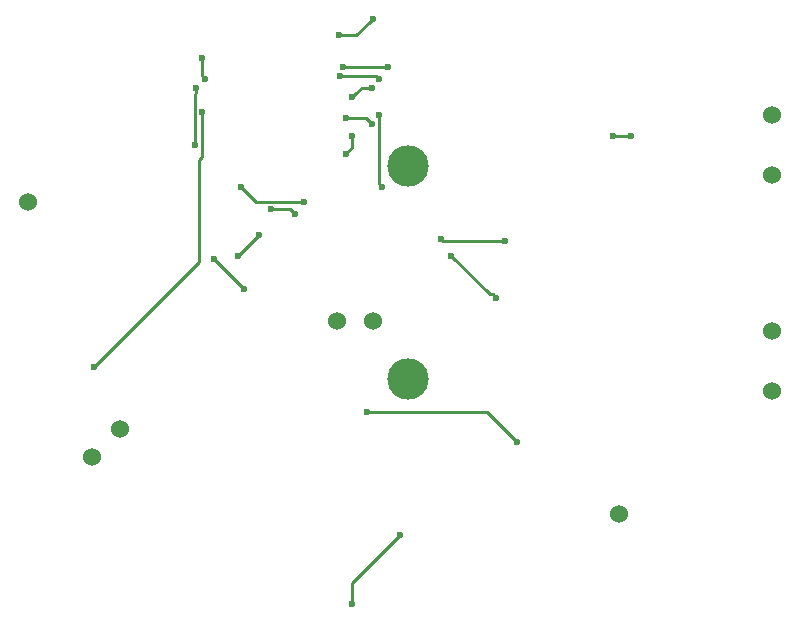
<source format=gbr>
G04 #@! TF.FileFunction,Copper,L2,Bot,Signal*
%FSLAX46Y46*%
G04 Gerber Fmt 4.6, Leading zero omitted, Abs format (unit mm)*
G04 Created by KiCad (PCBNEW 4.0.7) date 07/15/18 17:53:39*
%MOMM*%
%LPD*%
G01*
G04 APERTURE LIST*
%ADD10C,0.100000*%
%ADD11C,1.524000*%
%ADD12C,3.500000*%
%ADD13C,0.600000*%
%ADD14C,0.250000*%
G04 APERTURE END LIST*
D10*
D11*
X125635501Y-113232377D03*
X123300634Y-115567244D03*
X167894000Y-120396000D03*
X117856000Y-93980000D03*
X180848000Y-104902000D03*
X180848000Y-109982000D03*
X180848000Y-91694000D03*
X180848000Y-86614000D03*
D12*
X150000000Y-91000000D03*
X150000000Y-109000000D03*
D11*
X144042000Y-104108000D03*
X147042000Y-104108000D03*
D13*
X148336000Y-82550000D03*
X144526000Y-82550000D03*
X132842000Y-83566000D03*
X132588000Y-81788000D03*
X146948990Y-87376000D03*
X123444000Y-107950000D03*
X132588000Y-86360000D03*
X144780000Y-86868000D03*
X159258000Y-114300000D03*
X146558000Y-111760000D03*
X138430000Y-94605010D03*
X140462000Y-94996000D03*
X149352000Y-122174000D03*
X145288000Y-128016000D03*
X147828000Y-92710000D03*
X157480000Y-102108000D03*
X153670000Y-98552000D03*
X147574000Y-86614000D03*
X147574000Y-83566000D03*
X144272000Y-83312000D03*
X145318800Y-85101485D03*
X146948990Y-84328000D03*
X145304610Y-88406292D03*
X144780000Y-89916000D03*
X144154990Y-79911401D03*
X147067032Y-78486000D03*
X167386000Y-88392000D03*
X168910000Y-88392000D03*
X131962990Y-89154000D03*
X132080000Y-84328000D03*
X133604000Y-98806000D03*
X136144000Y-101346000D03*
X152828651Y-97164990D03*
X158242000Y-97282000D03*
X141224000Y-93980000D03*
X135890000Y-92710000D03*
X137414000Y-96774000D03*
X135636000Y-98552000D03*
D14*
X144526000Y-82550000D02*
X148336000Y-82550000D01*
X132588000Y-81788000D02*
X132588000Y-83312000D01*
X132588000Y-83312000D02*
X132842000Y-83566000D01*
X146648991Y-87076001D02*
X146948990Y-87376000D01*
X146440990Y-86868000D02*
X146648991Y-87076001D01*
X144780000Y-86868000D02*
X146440990Y-86868000D01*
X132334000Y-99060000D02*
X123444000Y-107950000D01*
X132334000Y-90424000D02*
X132334000Y-99060000D01*
X132588000Y-86360000D02*
X132588000Y-90170000D01*
X132588000Y-90170000D02*
X132334000Y-90424000D01*
X146558000Y-111760000D02*
X156718000Y-111760000D01*
X156718000Y-111760000D02*
X159258000Y-114300000D01*
X138854264Y-94605010D02*
X138430000Y-94605010D01*
X140071010Y-94605010D02*
X138854264Y-94605010D01*
X140462000Y-94996000D02*
X140071010Y-94605010D01*
X145288000Y-128016000D02*
X145288000Y-126238000D01*
X145288000Y-126238000D02*
X149352000Y-122174000D01*
X156926001Y-101808001D02*
X153670000Y-98552000D01*
X157180001Y-101808001D02*
X156926001Y-101808001D01*
X157480000Y-102108000D02*
X157180001Y-101808001D01*
X147574000Y-87884000D02*
X147574000Y-92456000D01*
X147574000Y-92456000D02*
X147828000Y-92710000D01*
X147574000Y-86614000D02*
X147574000Y-87884000D01*
X144272000Y-83312000D02*
X147320000Y-83312000D01*
X147320000Y-83312000D02*
X147574000Y-83566000D01*
X145618799Y-84801486D02*
X145318800Y-85101485D01*
X146948990Y-84328000D02*
X146092285Y-84328000D01*
X146092285Y-84328000D02*
X145618799Y-84801486D01*
X144780000Y-89916000D02*
X145304610Y-89391390D01*
X145304610Y-88830556D02*
X145304610Y-88406292D01*
X145304610Y-89391390D02*
X145304610Y-88830556D01*
X146767033Y-78785999D02*
X147067032Y-78486000D01*
X145641631Y-79911401D02*
X146767033Y-78785999D01*
X144154990Y-79911401D02*
X145641631Y-79911401D01*
X168910000Y-88392000D02*
X167386000Y-88392000D01*
X132080000Y-84328000D02*
X132080000Y-84752264D01*
X132080000Y-84752264D02*
X131962990Y-84869274D01*
X131962990Y-84869274D02*
X131962990Y-88729736D01*
X131962990Y-88729736D02*
X131962990Y-89154000D01*
X136144000Y-101346000D02*
X133604000Y-98806000D01*
X152945661Y-97282000D02*
X152828651Y-97164990D01*
X158242000Y-97282000D02*
X152945661Y-97282000D01*
X135890000Y-92710000D02*
X137160000Y-93980000D01*
X137160000Y-93980000D02*
X141224000Y-93980000D01*
X135636000Y-98552000D02*
X137414000Y-96774000D01*
M02*

</source>
